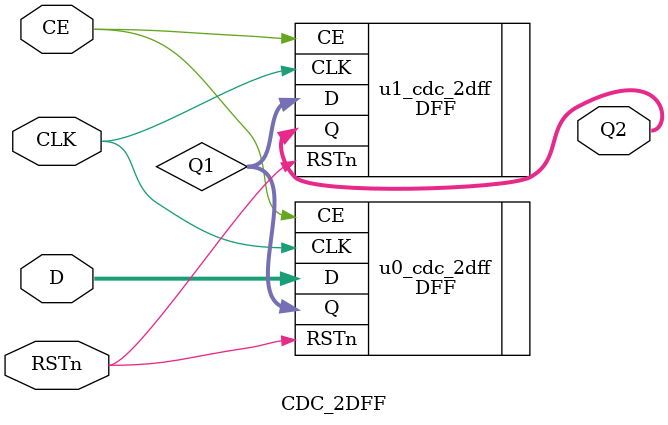
<source format=sv>
/**********************************
* Parameterized 2 D Flip-Flops CDC Unit:
* Most suitable for low to high CDC
**********************************/
module CDC_2DFF #(
  parameter W = 8
)(
  input CLK,
  input CE,
  input RSTn,
  input  [W-1:0] D,        // input data

  output logic [W-1:0] Q2  // delayed output
);

logic [W-1:0] Q1;
DFF #(.W(W)) u0_cdc_2dff (
  .CLK(CLK),
  .RSTn(RSTn),
  .CE(CE),
  .D(D),
  .Q(Q1)
);
DFF #(.W(W)) u1_cdc_2dff (
  .CLK(CLK),
  .RSTn(RSTn),
  .CE(CE),
  .D(Q1),
  .Q(Q2)
);
endmodule

</source>
